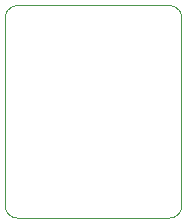
<source format=gbr>
%TF.GenerationSoftware,KiCad,Pcbnew,7.0.0-da2b9df05c~163~ubuntu20.04.1*%
%TF.CreationDate,2023-06-08T13:28:59+01:00*%
%TF.ProjectId,h_bridge,685f6272-6964-4676-952e-6b696361645f,rev?*%
%TF.SameCoordinates,Original*%
%TF.FileFunction,Profile,NP*%
%FSLAX46Y46*%
G04 Gerber Fmt 4.6, Leading zero omitted, Abs format (unit mm)*
G04 Created by KiCad (PCBNEW 7.0.0-da2b9df05c~163~ubuntu20.04.1) date 2023-06-08 13:28:59*
%MOMM*%
%LPD*%
G01*
G04 APERTURE LIST*
%TA.AperFunction,Profile*%
%ADD10C,0.019999*%
%TD*%
G04 APERTURE END LIST*
D10*
X93425023Y-43426424D02*
X93475655Y-43409292D01*
X106872634Y-43394608D02*
X106924345Y-43409292D01*
X106600301Y-43360301D02*
X106656377Y-43361719D01*
X92896103Y-43840738D02*
X92926484Y-43798015D01*
X107623877Y-44075324D02*
X107641009Y-44125956D01*
X107677444Y-44284049D02*
X107684374Y-44338584D01*
X93280283Y-43491822D02*
X93327269Y-43467757D01*
X107532241Y-60815647D02*
X107503897Y-60859860D01*
X92715626Y-60362014D02*
X92711418Y-60306674D01*
X107209563Y-43546404D02*
X107252286Y-43576785D01*
X92776123Y-44075324D02*
X92795634Y-44025839D01*
X92867759Y-43884951D02*
X92896103Y-43840738D01*
X92993084Y-43717310D02*
X93029165Y-43679466D01*
X107473516Y-43798015D02*
X107503897Y-43840738D01*
X93029165Y-43679466D02*
X93067009Y-43643385D01*
X107406916Y-43717310D02*
X107441166Y-43756850D01*
X92776123Y-60625274D02*
X92758991Y-60574642D01*
X106656377Y-61338879D02*
X106600301Y-61340297D01*
X107503897Y-43840738D02*
X107532241Y-43884951D01*
X92758991Y-44125956D02*
X92776123Y-44075324D01*
X92732139Y-44230387D02*
X92744307Y-44177666D01*
X107209563Y-61154194D02*
X107165350Y-61182538D01*
X107441166Y-60943749D02*
X107406916Y-60983288D01*
X106924345Y-43409292D02*
X106974977Y-43426424D01*
X93106549Y-43609135D02*
X93147714Y-43576785D01*
X92795634Y-44025839D02*
X92817456Y-43977570D01*
X92710000Y-60250598D02*
X92710000Y-44450000D01*
X92722556Y-60416549D02*
X92715626Y-60362014D01*
X92841521Y-43930584D02*
X92867759Y-43884951D01*
X93067009Y-61057214D02*
X93029165Y-61021132D01*
X93743623Y-43361719D02*
X93799699Y-43360301D01*
X107370835Y-61021132D02*
X107332990Y-61057214D01*
X107558479Y-43930584D02*
X107582544Y-43977570D01*
X107024462Y-61254663D02*
X106974977Y-61274175D01*
X106600301Y-61340297D02*
X93799699Y-61340297D01*
X107370835Y-43679466D02*
X107406916Y-43717310D01*
X92795634Y-60674759D02*
X92776123Y-60625274D01*
X107641009Y-44125956D02*
X107655693Y-44177666D01*
X107604366Y-60674759D02*
X107582544Y-60723029D01*
X93067009Y-43643385D02*
X93106549Y-43609135D01*
X107690000Y-44450000D02*
X107690000Y-60250598D01*
X93527366Y-61305991D02*
X93475655Y-61291307D01*
X93190437Y-43546404D02*
X93234650Y-43518060D01*
X93527366Y-43394608D02*
X93580086Y-43382440D01*
X107293451Y-61091463D02*
X107252286Y-61123813D01*
X107406916Y-60983288D02*
X107370835Y-61021132D01*
X93147714Y-61123813D02*
X93106549Y-61091463D01*
X93029165Y-61021132D02*
X92993084Y-60983288D01*
X92958834Y-60943749D02*
X92926484Y-60902583D01*
X106766252Y-61327741D02*
X106711717Y-61334671D01*
X107072731Y-43467757D02*
X107119717Y-43491822D01*
X93280283Y-61208777D02*
X93234650Y-61182538D01*
X93425023Y-61274175D02*
X93375538Y-61254663D01*
X107532241Y-43884951D02*
X107558479Y-43930584D01*
X107332990Y-43643385D02*
X107370835Y-43679466D01*
X107252286Y-43576785D02*
X107293451Y-43609135D01*
X107667861Y-60470211D02*
X107655693Y-60522932D01*
X107688582Y-44393924D02*
X107690000Y-44450000D01*
X93234650Y-61182538D02*
X93190437Y-61154194D01*
X107655693Y-44177666D02*
X107667861Y-44230387D01*
X106872634Y-61305991D02*
X106819914Y-61318158D01*
X92722556Y-44284049D02*
X92732139Y-44230387D01*
X93633748Y-43372857D02*
X93688283Y-43365927D01*
X92867759Y-60815647D02*
X92841521Y-60770014D01*
X93580086Y-43382440D02*
X93633748Y-43372857D01*
X93688283Y-61334671D02*
X93633748Y-61327741D01*
X93799699Y-61340297D02*
X93743623Y-61338879D01*
X107582544Y-60723029D02*
X107558479Y-60770014D01*
X107332990Y-61057214D02*
X107293451Y-61091463D01*
X93475655Y-43409292D02*
X93527366Y-43394608D01*
X92758991Y-60574642D02*
X92744307Y-60522932D01*
X92711418Y-60306674D02*
X92710000Y-60250598D01*
X107655693Y-60522932D02*
X107641009Y-60574642D01*
X107119717Y-61208777D02*
X107072731Y-61232841D01*
X107684374Y-60362014D02*
X107677444Y-60416549D01*
X93688283Y-43365927D02*
X93743623Y-43361719D01*
X92926484Y-60902583D02*
X92896103Y-60859860D01*
X92817456Y-60723029D02*
X92795634Y-60674759D01*
X107558479Y-60770014D02*
X107532241Y-60815647D01*
X92744307Y-60522932D02*
X92732139Y-60470211D01*
X92732139Y-60470211D02*
X92722556Y-60416549D01*
X107623877Y-60625274D02*
X107604366Y-60674759D01*
X92841521Y-60770014D02*
X92817456Y-60723029D01*
X107473516Y-60902583D02*
X107441166Y-60943749D01*
X107165350Y-43518060D02*
X107209563Y-43546404D01*
X92710000Y-44450000D02*
X92711418Y-44393924D01*
X107684374Y-44338584D02*
X107688582Y-44393924D01*
X107641009Y-60574642D02*
X107623877Y-60625274D01*
X93234650Y-43518060D02*
X93280283Y-43491822D01*
X107252286Y-61123813D02*
X107209563Y-61154194D01*
X92817456Y-43977570D02*
X92841521Y-43930584D01*
X106656377Y-43361719D02*
X106711717Y-43365927D01*
X106819914Y-43382440D02*
X106872634Y-43394608D01*
X107688582Y-60306674D02*
X107684374Y-60362014D01*
X107293451Y-43609135D02*
X107332990Y-43643385D01*
X107667861Y-44230387D02*
X107677444Y-44284049D01*
X93375538Y-61254663D02*
X93327269Y-61232841D01*
X107165350Y-61182538D02*
X107119717Y-61208777D01*
X107441166Y-43756850D02*
X107473516Y-43798015D01*
X107072731Y-61232841D02*
X107024462Y-61254663D01*
X93743623Y-61338879D02*
X93688283Y-61334671D01*
X93375538Y-43445935D02*
X93425023Y-43426424D01*
X106924345Y-61291307D02*
X106872634Y-61305991D01*
X92896103Y-60859860D02*
X92867759Y-60815647D01*
X93106549Y-61091463D02*
X93067009Y-61057214D01*
X92926484Y-43798015D02*
X92958834Y-43756850D01*
X107119717Y-43491822D02*
X107165350Y-43518060D01*
X92958834Y-43756850D02*
X92993084Y-43717310D01*
X93327269Y-61232841D02*
X93280283Y-61208777D01*
X93633748Y-61327741D02*
X93580086Y-61318158D01*
X92715626Y-44338584D02*
X92722556Y-44284049D01*
X93190437Y-61154194D02*
X93147714Y-61123813D01*
X106819914Y-61318158D02*
X106766252Y-61327741D01*
X107677444Y-60416549D02*
X107667861Y-60470211D01*
X106974977Y-61274175D02*
X106924345Y-61291307D01*
X106974977Y-43426424D02*
X107024462Y-43445935D01*
X106711717Y-43365927D02*
X106766252Y-43372857D01*
X107503897Y-60859860D02*
X107473516Y-60902583D01*
X93799699Y-43360301D02*
X106600301Y-43360301D01*
X92744307Y-44177666D02*
X92758991Y-44125956D01*
X106766252Y-43372857D02*
X106819914Y-43382440D01*
X107582544Y-43977570D02*
X107604366Y-44025839D01*
X92993084Y-60983288D02*
X92958834Y-60943749D01*
X93327269Y-43467757D02*
X93375538Y-43445935D01*
X106711717Y-61334671D02*
X106656377Y-61338879D01*
X107690000Y-60250598D02*
X107688582Y-60306674D01*
X93475655Y-61291307D02*
X93425023Y-61274175D01*
X93580086Y-61318158D02*
X93527366Y-61305991D01*
X92711418Y-44393924D02*
X92715626Y-44338584D01*
X107604366Y-44025839D02*
X107623877Y-44075324D01*
X93147714Y-43576785D02*
X93190437Y-43546404D01*
X107024462Y-43445935D02*
X107072731Y-43467757D01*
M02*

</source>
